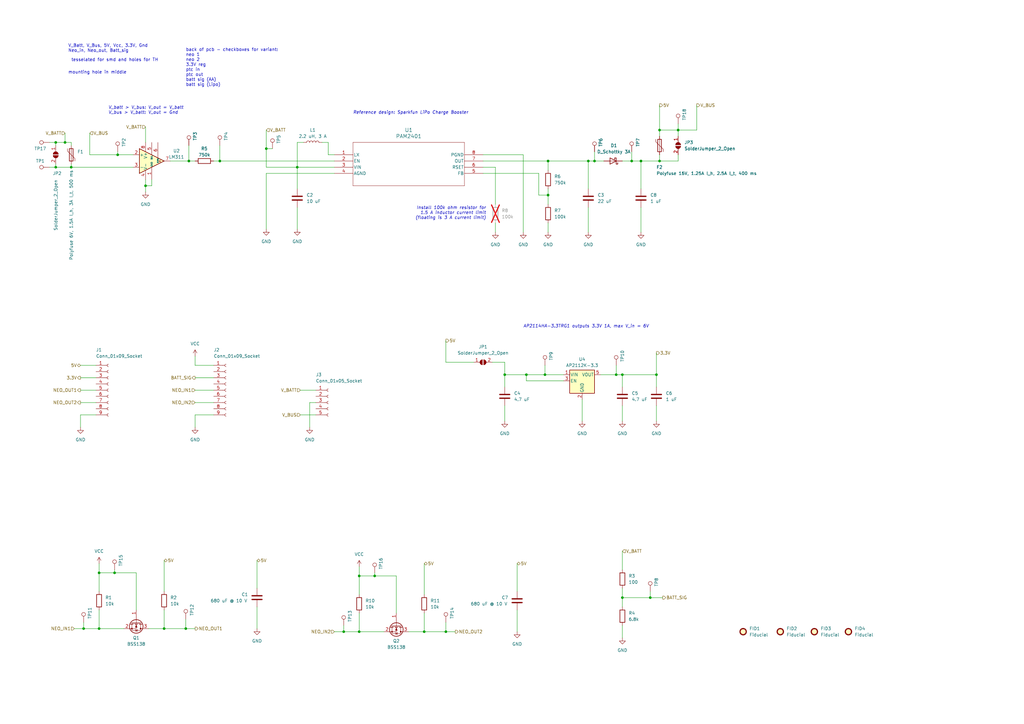
<source format=kicad_sch>
(kicad_sch (version 20230121) (generator eeschema)
  (paper "A3")
  (lib_symbols
    (symbol "!EK_Library:PAM2401" (pin_names (offset 0.254))
      (property "Reference" "U" (at 22.86 5.08 0))
      (property "Value" "PAM2401" (at 22.86 2.54 0))
      (symbol "PAM2401_0_1"
        (polyline (pts (xy 0 -17.78) (xy 45.72 -17.78)) (stroke (width 0.127)))
        (polyline (pts (xy 0 0) (xy 0 -17.78)) (stroke (width 0.127)))
        (polyline (pts (xy 45.72 -17.78) (xy 45.72 0)) (stroke (width 0.127)))
        (polyline (pts (xy 45.72 0) (xy 0 0)) (stroke (width 0.127)))
        (pin unspecified line (at -7.62 -5.08 0) (length 7.62) (name "LX") (number "1"))
        (pin unspecified line (at -7.62 -7.62 0) (length 7.62) (name "EN") (number "2"))
        (pin input line (at -7.62 -10.16 0) (length 7.62) (name "VIN") (number "3"))
        (pin power_in line (at -7.62 -12.7 0) (length 7.62) (name "AGND") (number "4"))
        (pin unspecified line (at 53.34 -12.7 180) (length 7.62) (name "FB") (number "5"))
        (pin unspecified line (at 53.34 -10.16 180) (length 7.62) (name "RSET") (number "6"))
        (pin output line (at 53.34 -7.62 180) (length 7.62) (name "OUT") (number "7"))
        (pin power_in line (at 53.34 -5.08 180) (length 7.62) (name "PGND") (number "8"))
      )
    )
    (symbol "Comparator:LM311" (pin_names (offset 0.127))
      (property "Reference" "U" (at 3.81 6.35 0))
      (property "Value" "LM311" (at 3.81 3.81 0))
      (symbol "LM311_0_1"
        (polyline (pts (xy 5.08 0) (xy -5.08 5.08) (xy -5.08 -5.08) (xy 5.08 0)) (stroke (width 0.254)) (fill (type background)))
        (polyline (pts (xy 3.683 -0.381) (xy 3.302 -0.381) (xy 3.683 0) (xy 3.302 0.381) (xy 2.921 0) (xy 3.302 -0.381) (xy 2.921 -0.381)) (stroke (width 0.127)))
      )
      (symbol "LM311_1_1"
        (pin passive line (at 0 -7.62 90) (length 5.08) (name "GND") (number "1"))
        (pin input line (at -7.62 2.54 0) (length 2.54) (name "+") (number "2"))
        (pin input line (at -7.62 -2.54 0) (length 2.54) (name "-") (number "3"))
        (pin power_in line (at -2.54 -7.62 90) (length 3.81) (name "V-") (number "4"))
        (pin input line (at 0 7.62 270) (length 5.08) (name "BAL") (number "5"))
        (pin input line (at 2.54 7.62 270) (length 6.35) (name "STRB") (number "6"))
        (pin open_collector line (at 7.62 0 180) (length 2.54) (name "~") (number "7"))
        (pin power_in line (at -2.54 7.62 270) (length 3.81) (name "V+") (number "8"))
      )
    )
    (symbol "Connector:Conn_01x05_Socket" (pin_names (offset 1.016) hide)
      (property "Reference" "J" (at 0 7.62 0))
      (property "Value" "Conn_01x05_Socket" (at 0 -7.62 0))
      (symbol "Conn_01x05_Socket_1_1"
        (arc (start 0 -4.572) (mid -0.5058 -5.08) (end 0 -5.588) (stroke (width 0.1524)))
        (arc (start 0 -2.032) (mid -0.5058 -2.54) (end 0 -3.048) (stroke (width 0.1524)))
        (polyline (pts (xy -1.27 -5.08) (xy -0.508 -5.08)) (stroke (width 0.1524)))
        (polyline (pts (xy -1.27 -2.54) (xy -0.508 -2.54)) (stroke (width 0.1524)))
        (polyline (pts (xy -1.27 0) (xy -0.508 0)) (stroke (width 0.1524)))
        (polyline (pts (xy -1.27 2.54) (xy -0.508 2.54)) (stroke (width 0.1524)))
        (polyline (pts (xy -1.27 5.08) (xy -0.508 5.08)) (stroke (width 0.1524)))
        (arc (start 0 0.508) (mid -0.5058 0) (end 0 -0.508) (stroke (width 0.1524)))
        (arc (start 0 3.048) (mid -0.5058 2.54) (end 0 2.032) (stroke (width 0.1524)))
        (arc (start 0 5.588) (mid -0.5058 5.08) (end 0 4.572) (stroke (width 0.1524)))
        (pin passive line (at -5.08 5.08 0) (length 3.81) (name "Pin_1") (number "1"))
        (pin passive line (at -5.08 2.54 0) (length 3.81) (name "Pin_2") (number "2"))
        (pin passive line (at -5.08 0 0) (length 3.81) (name "Pin_3") (number "3"))
        (pin passive line (at -5.08 -2.54 0) (length 3.81) (name "Pin_4") (number "4"))
        (pin passive line (at -5.08 -5.08 0) (length 3.81) (name "Pin_5") (number "5"))
      )
    )
    (symbol "Connector:Conn_01x09_Socket" (pin_names (offset 1.016) hide)
      (property "Reference" "J" (at 0 12.7 0))
      (property "Value" "Conn_01x09_Socket" (at 0 -12.7 0))
      (symbol "Conn_01x09_Socket_1_1"
        (arc (start 0 -9.652) (mid -0.5058 -10.16) (end 0 -10.668) (stroke (width 0.1524)))
        (arc (start 0 -7.112) (mid -0.5058 -7.62) (end 0 -8.128) (stroke (width 0.1524)))
        (arc (start 0 -4.572) (mid -0.5058 -5.08) (end 0 -5.588) (stroke (width 0.1524)))
        (arc (start 0 -2.032) (mid -0.5058 -2.54) (end 0 -3.048) (stroke (width 0.1524)))
        (polyline (pts (xy -1.27 -10.16) (xy -0.508 -10.16)) (stroke (width 0.1524)))
        (polyline (pts (xy -1.27 -7.62) (xy -0.508 -7.62)) (stroke (width 0.1524)))
        (polyline (pts (xy -1.27 -5.08) (xy -0.508 -5.08)) (stroke (width 0.1524)))
        (polyline (pts (xy -1.27 -2.54) (xy -0.508 -2.54)) (stroke (width 0.1524)))
        (polyline (pts (xy -1.27 0) (xy -0.508 0)) (stroke (width 0.1524)))
        (polyline (pts (xy -1.27 2.54) (xy -0.508 2.54)) (stroke (width 0.1524)))
        (polyline (pts (xy -1.27 5.08) (xy -0.508 5.08)) (stroke (width 0.1524)))
        (polyline (pts (xy -1.27 7.62) (xy -0.508 7.62)) (stroke (width 0.1524)))
        (polyline (pts (xy -1.27 10.16) (xy -0.508 10.16)) (stroke (width 0.1524)))
        (arc (start 0 0.508) (mid -0.5058 0) (end 0 -0.508) (stroke (width 0.1524)))
        (arc (start 0 3.048) (mid -0.5058 2.54) (end 0 2.032) (stroke (width 0.1524)))
        (arc (start 0 5.588) (mid -0.5058 5.08) (end 0 4.572) (stroke (width 0.1524)))
        (arc (start 0 8.128) (mid -0.5058 7.62) (end 0 7.112) (stroke (width 0.1524)))
        (arc (start 0 10.668) (mid -0.5058 10.16) (end 0 9.652) (stroke (width 0.1524)))
        (pin passive line (at -5.08 10.16 0) (length 3.81) (name "Pin_1") (number "1"))
        (pin passive line (at -5.08 7.62 0) (length 3.81) (name "Pin_2") (number "2"))
        (pin passive line (at -5.08 5.08 0) (length 3.81) (name "Pin_3") (number "3"))
        (pin passive line (at -5.08 2.54 0) (length 3.81) (name "Pin_4") (number "4"))
        (pin passive line (at -5.08 0 0) (length 3.81) (name "Pin_5") (number "5"))
        (pin passive line (at -5.08 -2.54 0) (length 3.81) (name "Pin_6") (number "6"))
        (pin passive line (at -5.08 -5.08 0) (length 3.81) (name "Pin_7") (number "7"))
        (pin passive line (at -5.08 -7.62 0) (length 3.81) (name "Pin_8") (number "8"))
        (pin passive line (at -5.08 -10.16 0) (length 3.81) (name "Pin_9") (number "9"))
      )
    )
    (symbol "Connector:TestPoint" (pin_numbers hide) (pin_names (offset 0.762) hide)
      (property "Reference" "TP" (at 0 6.858 0))
      (property "Value" "TestPoint" (at 0 5.08 0))
      (symbol "TestPoint_0_1"
        (circle (center 0 3.302) (radius 0.762))
      )
      (symbol "TestPoint_1_1"
        (pin passive line (at 0 0 90) (length 2.54) (name "1") (number "1"))
      )
    )
    (symbol "Device:C" (pin_numbers hide) (pin_names (offset 0.254))
      (property "Reference" "C" (at 0.635 2.54 0))
      (property "Value" "C" (at 0.635 -2.54 0))
      (symbol "C_0_1"
        (polyline (pts (xy -2.032 -0.762) (xy 2.032 -0.762)) (stroke (width 0.508)))
        (polyline (pts (xy -2.032 0.762) (xy 2.032 0.762)) (stroke (width 0.508)))
      )
      (symbol "C_1_1"
        (pin passive line (at 0 3.81 270) (length 2.794) (name "~") (number "1"))
        (pin passive line (at 0 -3.81 90) (length 2.794) (name "~") (number "2"))
      )
    )
    (symbol "Device:D_Schottky" (pin_numbers hide) (pin_names (offset 1.016) hide)
      (property "Reference" "D" (at 0 2.54 0))
      (property "Value" "D_Schottky" (at 0 -2.54 0))
      (symbol "D_Schottky_0_1"
        (polyline (pts (xy 1.27 0) (xy -1.27 0)))
        (polyline (pts (xy 1.27 1.27) (xy 1.27 -1.27) (xy -1.27 0) (xy 1.27 1.27)) (stroke (width 0.254)))
        (polyline (pts (xy -1.905 0.635) (xy -1.905 1.27) (xy -1.27 1.27) (xy -1.27 -1.27) (xy -0.635 -1.27) (xy -0.635 -0.635)) (stroke (width 0.254)))
      )
      (symbol "D_Schottky_1_1"
        (pin passive line (at -3.81 0 0) (length 2.54) (name "K") (number "1"))
        (pin passive line (at 3.81 0 180) (length 2.54) (name "A") (number "2"))
      )
    )
    (symbol "Device:L" (pin_numbers hide) (pin_names (offset 1.016) hide)
      (property "Reference" "L" (at -1.27 0 90))
      (property "Value" "L" (at 1.905 0 90))
      (symbol "L_0_1"
        (arc (start 0 -2.54) (mid 0.6323 -1.905) (end 0 -1.27))
        (arc (start 0 -1.27) (mid 0.6323 -0.635) (end 0 0))
        (arc (start 0 0) (mid 0.6323 0.635) (end 0 1.27))
        (arc (start 0 1.27) (mid 0.6323 1.905) (end 0 2.54))
      )
      (symbol "L_1_1"
        (pin passive line (at 0 3.81 270) (length 1.27) (name "1") (number "1"))
        (pin passive line (at 0 -3.81 90) (length 1.27) (name "2") (number "2"))
      )
    )
    (symbol "Device:Polyfuse" (pin_numbers hide) (pin_names (offset 0))
      (property "Reference" "F" (at -2.54 0 90))
      (property "Value" "Polyfuse" (at 2.54 0 90))
      (symbol "Polyfuse_0_1"
        (rectangle (start -0.762 2.54) (end 0.762 -2.54) (stroke (width 0.254)))
        (polyline (pts (xy 0 2.54) (xy 0 -2.54)))
        (polyline (pts (xy -1.524 2.54) (xy -1.524 1.524) (xy 1.524 -1.524) (xy 1.524 -2.54)))
      )
      (symbol "Polyfuse_1_1"
        (pin passive line (at 0 3.81 270) (length 1.27) (name "~") (number "1"))
        (pin passive line (at 0 -3.81 90) (length 1.27) (name "~") (number "2"))
      )
    )
    (symbol "Device:R" (pin_numbers hide) (pin_names (offset 0))
      (property "Reference" "R" (at 2.032 0 90))
      (property "Value" "R" (at 0 0 90))
      (symbol "R_0_1"
        (rectangle (start -1.016 -2.54) (end 1.016 2.54) (stroke (width 0.254)))
      )
      (symbol "R_1_1"
        (pin passive line (at 0 3.81 270) (length 1.27) (name "~") (number "1"))
        (pin passive line (at 0 -3.81 90) (length 1.27) (name "~") (number "2"))
      )
    )
    (symbol "Jumper:SolderJumper_2_Open" (pin_names (offset 0) hide)
      (property "Reference" "JP" (at 0 2.032 0))
      (property "Value" "SolderJumper_2_Open" (at 0 -2.54 0))
      (symbol "SolderJumper_2_Open_0_1"
        (arc (start -0.254 1.016) (mid -1.2656 0) (end -0.254 -1.016))
        (arc (start -0.254 1.016) (mid -1.2656 0) (end -0.254 -1.016) (fill (type outline)))
        (polyline (pts (xy -0.254 1.016) (xy -0.254 -1.016)))
        (polyline (pts (xy 0.254 1.016) (xy 0.254 -1.016)))
        (arc (start 0.254 -1.016) (mid 1.2656 0) (end 0.254 1.016))
        (arc (start 0.254 -1.016) (mid 1.2656 0) (end 0.254 1.016) (fill (type outline)))
      )
      (symbol "SolderJumper_2_Open_1_1"
        (pin passive line (at -3.81 0 0) (length 2.54) (name "A") (number "1"))
        (pin passive line (at 3.81 0 180) (length 2.54) (name "B") (number "2"))
      )
    )
    (symbol "Mechanical:Fiducial"
      (property "Reference" "FID" (at 0 5.08 0))
      (property "Value" "Fiducial" (at 0 3.175 0))
      (symbol "Fiducial_0_1"
        (circle (center 0 0) (radius 1.27) (stroke (width 0.508)) (fill (type background)))
      )
    )
    (symbol "Regulator_Linear:AP2112K-3.3" (pin_names (offset 0.254))
      (property "Reference" "U" (at -5.08 5.715 0))
      (property "Value" "AP2112K-3.3" (at 0 5.715 0))
      (symbol "AP2112K-3.3_0_1"
        (rectangle (start -5.08 4.445) (end 5.08 -5.08) (stroke (width 0.254)) (fill (type background)))
      )
      (symbol "AP2112K-3.3_1_1"
        (pin power_in line (at -7.62 2.54 0) (length 2.54) (name "VIN") (number "1"))
        (pin power_in line (at 0 -7.62 90) (length 2.54) (name "GND") (number "2"))
        (pin input line (at -7.62 0 0) (length 2.54) (name "EN") (number "3"))
        (pin no_connect line (at 5.08 0 180) (length 2.54) hide (name "NC") (number "4"))
        (pin power_out line (at 7.62 2.54 180) (length 2.54) (name "VOUT") (number "5"))
      )
    )
    (symbol "Transistor_FET:BSS138" (pin_names hide)
      (property "Reference" "Q" (at 5.08 1.905 0))
      (property "Value" "BSS138" (at 5.08 0 0))
      (symbol "BSS138_0_1"
        (polyline (pts (xy 0.254 0) (xy -2.54 0)))
        (polyline (pts (xy 0.254 1.905) (xy 0.254 -1.905)) (stroke (width 0.254)))
        (polyline (pts (xy 0.762 -1.27) (xy 0.762 -2.286)) (stroke (width 0.254)))
        (polyline (pts (xy 0.762 0.508) (xy 0.762 -0.508)) (stroke (width 0.254)))
        (polyline (pts (xy 0.762 2.286) (xy 0.762 1.27)) (stroke (width 0.254)))
        (polyline (pts (xy 2.54 2.54) (xy 2.54 1.778)))
        (polyline (pts (xy 2.54 -2.54) (xy 2.54 0) (xy 0.762 0)))
        (polyline (pts (xy 0.762 -1.778) (xy 3.302 -1.778) (xy 3.302 1.778) (xy 0.762 1.778)))
        (polyline (pts (xy 1.016 0) (xy 2.032 0.381) (xy 2.032 -0.381) (xy 1.016 0)) (fill (type outline)))
        (polyline (pts (xy 2.794 0.508) (xy 2.921 0.381) (xy 3.683 0.381) (xy 3.81 0.254)))
        (polyline (pts (xy 3.302 0.381) (xy 2.921 -0.254) (xy 3.683 -0.254) (xy 3.302 0.381)))
        (circle (center 1.651 0) (radius 2.794) (stroke (width 0.254)))
        (circle (center 2.54 -1.778) (radius 0.254) (fill (type outline)))
        (circle (center 2.54 1.778) (radius 0.254) (fill (type outline)))
      )
      (symbol "BSS138_1_1"
        (pin input line (at -5.08 0 0) (length 2.54) (name "G") (number "1"))
        (pin passive line (at 2.54 -5.08 90) (length 2.54) (name "S") (number "2"))
        (pin passive line (at 2.54 5.08 270) (length 2.54) (name "D") (number "3"))
      )
    )
    (symbol "power:GND" (power) (pin_names (offset 0))
      (property "Value" "GND" (at 0 -3.81 0))
      (symbol "GND_0_1"
        (polyline (pts (xy 0 0) (xy 0 -1.27) (xy 1.27 -1.27) (xy 0 -2.54) (xy -1.27 -1.27) (xy 0 -1.27)))
      )
      (symbol "GND_1_1"
        (pin power_in line (at 0 0 270) (length 0) hide (name "GND") (number "1"))
      )
    )
    (symbol "power:VCC" (power) (pin_names (offset 0))
      (property "Value" "VCC" (at 0 3.81 0))
      (symbol "VCC_0_1"
        (polyline (pts (xy -0.762 1.27) (xy 0 2.54)))
        (polyline (pts (xy 0 0) (xy 0 2.54)))
        (polyline (pts (xy 0 2.54) (xy 0.762 1.27)))
      )
      (symbol "VCC_1_1"
        (pin power_in line (at 0 0 90) (length 0) hide (name "VCC") (number "1"))
      )
    )
  )
  (junction (at 67.31 257.81))
  (junction (at 40.64 257.81))
  (junction (at 224.79 80.01))
  (junction (at 223.52 153.67))
  (junction (at 121.92 68.58))
  (junction (at 48.26 63.5))
  (junction (at 269.24 153.67))
  (junction (at 224.79 66.04))
  (junction (at 29.21 68.58))
  (junction (at 173.99 259.08))
  (junction (at 259.08 66.04))
  (junction (at 109.22 60.96))
  (junction (at 22.86 68.58))
  (junction (at 147.32 236.22))
  (junction (at 266.7 245.11))
  (junction (at 40.64 234.95))
  (junction (at 252.73 153.67))
  (junction (at 140.97 259.08))
  (junction (at 262.89 66.04))
  (junction (at 22.86 58.42))
  (junction (at 270.51 66.04))
  (junction (at 59.69 76.2))
  (junction (at 241.3 66.04))
  (junction (at 26.67 58.42))
  (junction (at 46.99 234.95))
  (junction (at 215.9 153.67))
  (junction (at 278.13 53.34))
  (junction (at 270.51 53.34))
  (junction (at 243.84 66.04))
  (junction (at 147.32 259.08))
  (junction (at 207.01 153.67))
  (junction (at 153.67 236.22))
  (junction (at 34.29 257.81))
  (junction (at 255.27 245.11))
  (junction (at 76.2 257.81))
  (junction (at 255.27 153.67))
  (junction (at 90.17 66.04))
  (junction (at 182.88 259.08))
  (junction (at 77.47 66.04))
  (wire (pts (xy 30.48 257.81) (xy 34.29 257.81)))
  (wire (pts (xy 33.02 170.18) (xy 33.02 175.26)))
  (wire (pts (xy 252.73 149.86) (xy 252.73 153.67)))
  (wire (pts (xy 90.17 59.69) (xy 90.17 66.04)))
  (wire (pts (xy 33.02 149.86) (xy 39.37 149.86)))
  (wire (pts (xy 207.01 148.59) (xy 207.01 153.67)))
  (wire (pts (xy 40.64 234.95) (xy 40.64 242.57)))
  (wire (pts (xy 238.76 163.83) (xy 238.76 172.72)))
  (wire (pts (xy 147.32 236.22) (xy 153.67 236.22)))
  (wire (pts (xy 198.12 63.5) (xy 214.63 63.5)))
  (wire (pts (xy 262.89 85.09) (xy 262.89 95.25)))
  (wire (pts (xy 55.88 234.95) (xy 55.88 250.19)))
  (wire (pts (xy 77.47 59.69) (xy 77.47 66.04)))
  (wire (pts (xy 255.27 153.67) (xy 255.27 158.75)))
  (wire (pts (xy 269.24 144.78) (xy 269.24 153.67)))
  (wire (pts (xy 262.89 66.04) (xy 270.51 66.04)))
  (wire (pts (xy 60.96 257.81) (xy 67.31 257.81)))
  (wire (pts (xy 127 165.1) (xy 129.54 165.1)))
  (wire (pts (xy 80.01 165.1) (xy 87.63 165.1)))
  (wire (pts (xy 259.08 62.23) (xy 259.08 66.04)))
  (wire (pts (xy 252.73 153.67) (xy 255.27 153.67)))
  (wire (pts (xy 153.67 234.95) (xy 153.67 236.22)))
  (wire (pts (xy 224.79 77.47) (xy 224.79 80.01)))
  (wire (pts (xy 67.31 229.87) (xy 67.31 242.57)))
  (wire (pts (xy 33.02 160.02) (xy 39.37 160.02)))
  (wire (pts (xy 153.67 236.22) (xy 162.56 236.22)))
  (wire (pts (xy 212.09 250.19) (xy 212.09 259.08)))
  (wire (pts (xy 198.12 66.04) (xy 224.79 66.04)))
  (wire (pts (xy 90.17 66.04) (xy 137.16 66.04)))
  (wire (pts (xy 109.22 60.96) (xy 109.22 68.58)))
  (wire (pts (xy 59.69 76.2) (xy 62.23 76.2)))
  (wire (pts (xy 270.51 43.18) (xy 270.51 53.34)))
  (wire (pts (xy 255.27 241.3) (xy 255.27 245.11)))
  (wire (pts (xy 278.13 66.04) (xy 270.51 66.04)))
  (wire (pts (xy 40.64 231.14) (xy 40.64 234.95)))
  (wire (pts (xy 33.02 154.94) (xy 39.37 154.94)))
  (wire (pts (xy 223.52 149.86) (xy 223.52 153.67)))
  (wire (pts (xy 109.22 71.12) (xy 109.22 93.98)))
  (wire (pts (xy 147.32 236.22) (xy 147.32 243.84)))
  (wire (pts (xy 255.27 245.11) (xy 255.27 248.92)))
  (wire (pts (xy 140.97 259.08) (xy 147.32 259.08)))
  (wire (pts (xy 20.32 68.58) (xy 22.86 68.58)))
  (wire (pts (xy 29.21 67.31) (xy 29.21 68.58)))
  (wire (pts (xy 22.86 67.31) (xy 22.86 68.58)))
  (wire (pts (xy 207.01 166.37) (xy 207.01 172.72)))
  (wire (pts (xy 255.27 166.37) (xy 255.27 172.72)))
  (wire (pts (xy 105.41 229.87) (xy 105.41 241.3)))
  (wire (pts (xy 123.19 170.18) (xy 129.54 170.18)))
  (wire (pts (xy 62.23 73.66) (xy 62.23 76.2)))
  (wire (pts (xy 224.79 80.01) (xy 224.79 83.82)))
  (wire (pts (xy 215.9 156.21) (xy 215.9 153.67)))
  (wire (pts (xy 109.22 60.96) (xy 111.76 60.96)))
  (wire (pts (xy 255.27 256.54) (xy 255.27 261.62)))
  (wire (pts (xy 270.51 53.34) (xy 278.13 53.34)))
  (wire (pts (xy 87.63 170.18) (xy 80.01 170.18)))
  (wire (pts (xy 137.16 259.08) (xy 140.97 259.08)))
  (wire (pts (xy 54.61 63.5) (xy 48.26 63.5)))
  (wire (pts (xy 255.27 245.11) (xy 266.7 245.11)))
  (wire (pts (xy 266.7 242.57) (xy 266.7 245.11)))
  (wire (pts (xy 20.32 58.42) (xy 22.86 58.42)))
  (wire (pts (xy 270.51 66.04) (xy 270.51 63.5)))
  (wire (pts (xy 231.14 153.67) (xy 223.52 153.67)))
  (wire (pts (xy 241.3 85.09) (xy 241.3 95.25)))
  (wire (pts (xy 34.29 257.81) (xy 40.64 257.81)))
  (wire (pts (xy 121.92 68.58) (xy 109.22 68.58)))
  (wire (pts (xy 134.62 63.5) (xy 134.62 58.42)))
  (wire (pts (xy 147.32 232.41) (xy 147.32 236.22)))
  (wire (pts (xy 269.24 153.67) (xy 269.24 158.75)))
  (wire (pts (xy 59.69 73.66) (xy 59.69 76.2)))
  (wire (pts (xy 29.21 58.42) (xy 26.67 58.42)))
  (wire (pts (xy 278.13 53.34) (xy 285.75 53.34)))
  (wire (pts (xy 243.84 62.23) (xy 243.84 66.04)))
  (wire (pts (xy 224.79 66.04) (xy 241.3 66.04)))
  (wire (pts (xy 241.3 66.04) (xy 241.3 77.47)))
  (wire (pts (xy 40.64 257.81) (xy 50.8 257.81)))
  (wire (pts (xy 48.26 63.5) (xy 36.83 63.5)))
  (wire (pts (xy 105.41 248.92) (xy 105.41 257.81)))
  (wire (pts (xy 40.64 250.19) (xy 40.64 257.81)))
  (wire (pts (xy 80.01 170.18) (xy 80.01 175.26)))
  (wire (pts (xy 76.2 254) (xy 76.2 257.81)))
  (wire (pts (xy 207.01 153.67) (xy 207.01 158.75)))
  (wire (pts (xy 26.67 54.61) (xy 26.67 58.42)))
  (wire (pts (xy 109.22 71.12) (xy 137.16 71.12)))
  (wire (pts (xy 173.99 259.08) (xy 173.99 251.46)))
  (wire (pts (xy 29.21 68.58) (xy 54.61 68.58)))
  (wire (pts (xy 36.83 54.61) (xy 36.83 63.5)))
  (wire (pts (xy 147.32 259.08) (xy 157.48 259.08)))
  (wire (pts (xy 255.27 226.06) (xy 255.27 233.68)))
  (wire (pts (xy 201.93 148.59) (xy 207.01 148.59)))
  (wire (pts (xy 127 165.1) (xy 127 175.26)))
  (wire (pts (xy 259.08 66.04) (xy 262.89 66.04)))
  (wire (pts (xy 198.12 68.58) (xy 203.2 68.58)))
  (wire (pts (xy 198.12 71.12) (xy 220.98 71.12)))
  (wire (pts (xy 224.79 80.01) (xy 220.98 80.01)))
  (wire (pts (xy 173.99 259.08) (xy 182.88 259.08)))
  (wire (pts (xy 255.27 66.04) (xy 259.08 66.04)))
  (wire (pts (xy 212.09 231.14) (xy 212.09 242.57)))
  (wire (pts (xy 46.99 233.68) (xy 46.99 234.95)))
  (wire (pts (xy 48.26 62.23) (xy 48.26 63.5)))
  (wire (pts (xy 40.64 234.95) (xy 46.99 234.95)))
  (wire (pts (xy 67.31 257.81) (xy 67.31 250.19)))
  (wire (pts (xy 182.88 259.08) (xy 186.69 259.08)))
  (wire (pts (xy 182.88 148.59) (xy 182.88 139.7)))
  (wire (pts (xy 132.08 58.42) (xy 134.62 58.42)))
  (wire (pts (xy 220.98 80.01) (xy 220.98 71.12)))
  (wire (pts (xy 121.92 68.58) (xy 121.92 77.47)))
  (wire (pts (xy 147.32 251.46) (xy 147.32 259.08)))
  (wire (pts (xy 224.79 91.44) (xy 224.79 95.25)))
  (wire (pts (xy 123.19 160.02) (xy 129.54 160.02)))
  (wire (pts (xy 262.89 77.47) (xy 262.89 66.04)))
  (wire (pts (xy 59.69 76.2) (xy 59.69 78.74)))
  (wire (pts (xy 121.92 58.42) (xy 121.92 68.58)))
  (wire (pts (xy 59.69 52.07) (xy 59.69 58.42)))
  (wire (pts (xy 167.64 259.08) (xy 173.99 259.08)))
  (wire (pts (xy 214.63 63.5) (xy 214.63 95.25)))
  (wire (pts (xy 80.01 149.86) (xy 80.01 146.05)))
  (wire (pts (xy 109.22 53.34) (xy 109.22 60.96)))
  (wire (pts (xy 121.92 85.09) (xy 121.92 93.98)))
  (wire (pts (xy 266.7 245.11) (xy 271.78 245.11)))
  (wire (pts (xy 67.31 257.81) (xy 76.2 257.81)))
  (wire (pts (xy 87.63 66.04) (xy 90.17 66.04)))
  (wire (pts (xy 22.86 58.42) (xy 26.67 58.42)))
  (wire (pts (xy 121.92 68.58) (xy 137.16 68.58)))
  (wire (pts (xy 173.99 231.14) (xy 173.99 243.84)))
  (wire (pts (xy 285.75 53.34) (xy 285.75 43.18)))
  (wire (pts (xy 215.9 153.67) (xy 223.52 153.67)))
  (wire (pts (xy 29.21 59.69) (xy 29.21 58.42)))
  (wire (pts (xy 246.38 153.67) (xy 252.73 153.67)))
  (wire (pts (xy 46.99 234.95) (xy 55.88 234.95)))
  (wire (pts (xy 203.2 91.44) (xy 203.2 95.25)))
  (wire (pts (xy 162.56 236.22) (xy 162.56 251.46)))
  (wire (pts (xy 34.29 255.27) (xy 34.29 257.81)))
  (wire (pts (xy 80.01 154.94) (xy 87.63 154.94)))
  (wire (pts (xy 140.97 256.54) (xy 140.97 259.08)))
  (wire (pts (xy 207.01 153.67) (xy 215.9 153.67)))
  (wire (pts (xy 278.13 50.8) (xy 278.13 53.34)))
  (wire (pts (xy 194.31 148.59) (xy 182.88 148.59)))
  (wire (pts (xy 241.3 66.04) (xy 243.84 66.04)))
  (wire (pts (xy 87.63 149.86) (xy 80.01 149.86)))
  (wire (pts (xy 270.51 53.34) (xy 270.51 55.88)))
  (wire (pts (xy 278.13 53.34) (xy 278.13 55.88)))
  (wire (pts (xy 255.27 153.67) (xy 269.24 153.67)))
  (wire (pts (xy 77.47 66.04) (xy 80.01 66.04)))
  (wire (pts (xy 224.79 66.04) (xy 224.79 69.85)))
  (wire (pts (xy 33.02 165.1) (xy 39.37 165.1)))
  (wire (pts (xy 80.01 160.02) (xy 87.63 160.02)))
  (wire (pts (xy 278.13 63.5) (xy 278.13 66.04)))
  (wire (pts (xy 231.14 156.21) (xy 215.9 156.21)))
  (wire (pts (xy 243.84 66.04) (xy 247.65 66.04)))
  (wire (pts (xy 137.16 63.5) (xy 134.62 63.5)))
  (wire (pts (xy 69.85 66.04) (xy 77.47 66.04)))
  (wire (pts (xy 39.37 170.18) (xy 33.02 170.18)))
  (wire (pts (xy 22.86 68.58) (xy 29.21 68.58)))
  (wire (pts (xy 124.46 58.42) (xy 121.92 58.42)))
  (wire (pts (xy 203.2 68.58) (xy 203.2 83.82)))
  (wire (pts (xy 22.86 58.42) (xy 22.86 59.69)))
  (wire (pts (xy 269.24 166.37) (xy 269.24 172.72)))
  (wire (pts (xy 182.88 255.27) (xy 182.88 259.08)))
  (wire (pts (xy 76.2 257.81) (xy 80.01 257.81)))
  (text "tesselated for smd and holes for TH" (at 29.21 25.4 0) (effects (font (size 1.27 1.27)) (justify left bottom)))
  (text "Reference design: Sparkfun LiPo Charge Booster" (at 144.78 46.99 0) (effects (font (size 1.27 1.27) italic) (justify left bottom)))
  (text "V_batt > V_bus: V_out = V_batt\nV_bus > V_batt: V_out = Gnd" (at 44.45 46.99 0) (effects (font (size 1.27 1.27) italic) (justify left bottom)))
  (text "mounting hole in middle" (at 27.94 30.48 0) (effects (font (size 1.27 1.27)) (justify left bottom)))
  (text "AP2114HA-3.3TRG1 outputs 3.3V 1A, max V_in = 6V" (at 214.63 134.62 0) (effects (font (size 1.27 1.27) italic) (justify left bottom)))
  (text "V_Batt, V_Bus, 5V, Vcc, 3.3V, Gnd\nNeo_in, Neo_out, Batt_sig" (at 27.94 21.59 0) (effects (font (size 1.27 1.27)) (justify left bottom)))
  (text "Install 100k ohm resistor for\n1.5 A inductor current limit\n(floating is 3 A current limit)" (at 199.39 90.17 0) (effects (font (size 1.27 1.27) italic) (justify right bottom)))
  (text "back of pcb - checkboxes for variant:\nneo 1\nneo 2\n3.3V reg\nptc in\nptc out\nbatt sig (AA)\nbatt sig (Lipo)\n" (at 76.2 35.56 0) (effects (font (size 1.27 1.27)) (justify left bottom)))
  (hierarchical_label "NEO_IN1" (shape input) (at 80.01 160.02 180))
  (hierarchical_label "V_BATT" (shape input) (at 26.67 54.61 180))
  (hierarchical_label "V_BATT" (shape input) (at 59.69 52.07 180))
  (hierarchical_label "5V" (shape output) (at 270.51 43.18 0))
  (hierarchical_label "5V" (shape bidirectional) (at 67.31 229.87 0))
  (hierarchical_label "V_BUS" (shape input) (at 36.83 54.61 0))
  (hierarchical_label "BATT_SIG" (shape output) (at 80.01 154.94 180))
  (hierarchical_label "5V" (shape bidirectional) (at 33.02 149.86 180))
  (hierarchical_label "V_BATT" (shape input) (at 255.27 226.06 0))
  (hierarchical_label "V_BUS" (shape input) (at 123.19 170.18 180))
  (hierarchical_label "NEO_OUT2" (shape output) (at 33.02 165.1 180))
  (hierarchical_label "V_BATT" (shape input) (at 109.22 53.34 0))
  (hierarchical_label "NEO_IN2" (shape input) (at 80.01 165.1 180))
  (hierarchical_label "V_BATT" (shape input) (at 123.19 160.02 180))
  (hierarchical_label "BATT_SIG" (shape output) (at 271.78 245.11 0))
  (hierarchical_label "NEO_OUT1" (shape output) (at 80.01 257.81 0))
  (hierarchical_label "NEO_IN1" (shape input) (at 30.48 257.81 180))
  (hierarchical_label "3.3V" (shape output) (at 269.24 144.78 0))
  (hierarchical_label "NEO_IN2" (shape input) (at 137.16 259.08 180))
  (hierarchical_label "5V" (shape bidirectional) (at 173.99 231.14 0))
  (hierarchical_label "3.3V" (shape output) (at 33.02 154.94 180))
  (hierarchical_label "5V" (shape bidirectional) (at 105.41 229.87 0))
  (hierarchical_label "V_BUS" (shape output) (at 285.75 43.18 0))
  (hierarchical_label "5V" (shape bidirectional) (at 212.09 231.14 0))
  (hierarchical_label "NEO_OUT1" (shape output) (at 33.02 160.02 180))
  (hierarchical_label "5V" (shape output) (at 182.88 139.7 0))
  (hierarchical_label "NEO_OUT2" (shape output) (at 186.69 259.08 0))
  (symbol (lib_id "Connector:TestPoint") (at 223.52 149.86 0) (unit 1)
    (property "Reference" "TP9" (at 226.06 146.05 90))
    (property "Value" "TestPoint" (effects hide))
    (property "Footprint" "TestPoint:TestPoint_Pad_D1.5mm" (effects hide))
  )
  (symbol (lib_id "Connector:TestPoint") (at 259.08 62.23 0) (unit 1)
    (property "Reference" "TP7" (at 261.62 58.42 90))
    (property "Value" "TestPoint" (effects hide))
    (property "Footprint" "TestPoint:TestPoint_Pad_D1.5mm" (effects hide))
  )
  (symbol (lib_id "Jumper:SolderJumper_2_Open") (at 198.12 148.59 0) (unit 1)
    (property "Reference" "JP1" (at 198.12 142.24 0))
    (property "Value" "SolderJumper_2_Open" (at 198.12 144.78 0))
    (property "Footprint" "Jumper:SolderJumper-2_P1.3mm_Open_TrianglePad1.0x1.5mm" (effects hide))
  )
  (symbol (lib_id "Device:R") (at 173.99 247.65 0) (unit 1)
    (property "Reference" "R11" (at 176.53 246.38 0) (effects (justify left)))
    (property "Value" "10k" (at 176.53 248.92 0) (effects (justify left)))
    (property "Footprint" "Resistor_SMD:R_1206_3216Metric_Pad1.30x1.75mm_HandSolder" (effects hide))
  )
  (symbol (lib_id "Device:Polyfuse") (at 270.51 59.69 180) (unit 1)
    (property "Reference" "F2" (at 269.24 68.58 0) (effects (justify right)))
    (property "Value" "Polyfuse 16V, 1.25A I_h, 2.5A I_t, 400 ms" (at 269.24 71.12 0) (effects (justify right)))
    (property "Footprint" "Fuse:Fuse_1812_4532Metric_Pad1.30x3.40mm_HandSolder" (effects hide))
    (property "Digikey" "MINISMDC150F-2CT-ND" (effects hide))
    (property "Digikey2" "F4160CT-ND" (effects hide))
  )
  (symbol (lib_id "Device:C") (at 262.89 81.28 0) (unit 1)
    (property "Reference" "C8" (at 266.7 80.01 0) (effects (justify left)))
    (property "Value" "1 uF" (at 266.7 82.55 0) (effects (justify left)))
    (property "Footprint" "Capacitor_SMD:C_1206_3216Metric_Pad1.33x1.80mm_HandSolder" (effects hide))
    (property "Digikey" "1276-3091-1-ND" (effects hide))
  )
  (symbol (lib_id "Device:D_Schottky") (at 251.46 66.04 180) (unit 1)
    (property "Reference" "D1" (at 251.7775 59.69 0))
    (property "Value" "D_Schottky 3A" (at 251.7775 62.23 0))
    (property "Footprint" "Diode_SMD:D_SOD-123" (effects hide))
    (property "Digikey" "1727-7481-1-ND" (effects hide))
    (property "Digikey2" "3757-SBA340AL_R1_00001CT-ND" (effects hide))
  )
  (symbol (lib_id "Connector:TestPoint") (at 20.32 58.42 90) (unit 1)
    (property "Reference" "TP17" (at 16.51 60.96 90))
    (property "Value" "TestPoint" (effects hide))
    (property "Footprint" "TestPoint:TestPoint_Pad_D1.5mm" (effects hide))
  )
  (symbol (lib_id "power:GND") (at 80.01 175.26 0) (unit 1)
    (property "Reference" "#PWR019" (effects hide))
    (property "Value" "GND" (at 80.01 180.34 0))
  )
  (symbol (lib_id "power:GND") (at 238.76 172.72 0) (unit 1)
    (property "Reference" "#PWR012" (effects hide))
    (property "Value" "GND" (at 238.76 177.8 0))
  )
  (symbol (lib_id "Device:R") (at 224.79 73.66 0) (unit 1)
    (property "Reference" "R6" (at 227.33 72.39 0) (effects (justify left)))
    (property "Value" "750k" (at 227.33 74.93 0) (effects (justify left)))
    (property "Footprint" "Resistor_SMD:R_1206_3216Metric_Pad1.30x1.75mm_HandSolder" (effects hide))
    (property "Digikey" "311-750KFRCT-ND" (effects hide))
  )
  (symbol (lib_id "Transistor_FET:BSS138") (at 55.88 255.27 270) (unit 1)
    (property "Reference" "Q1" (at 55.88 261.62 90))
    (property "Value" "BSS138" (at 55.88 264.16 90))
    (property "Footprint" "Package_TO_SOT_SMD:SOT-23" (effects hide))
    (property "Datasheet" "https://www.onsemi.com/pub/Collateral/BSS138-D.PDF" (effects hide))
  )
  (symbol (lib_id "Connector:TestPoint") (at 76.2 254 0) (unit 1)
    (property "Reference" "TP12" (at 78.74 250.19 90))
    (property "Value" "TestPoint" (effects hide))
    (property "Footprint" "TestPoint:TestPoint_Pad_D1.5mm" (effects hide))
  )
  (symbol (lib_id "Device:R") (at 255.27 237.49 0) (unit 1)
    (property "Reference" "R3" (at 257.81 236.22 0) (effects (justify left)))
    (property "Value" "100" (at 257.81 238.76 0) (effects (justify left)))
    (property "Footprint" "Resistor_SMD:R_1206_3216Metric_Pad1.30x1.75mm_HandSolder" (effects hide))
  )
  (symbol (lib_id "Device:C") (at 207.01 162.56 0) (unit 1)
    (property "Reference" "C4" (at 210.82 161.29 0) (effects (justify left)))
    (property "Value" "4.7 uF" (at 210.82 163.83 0) (effects (justify left)))
    (property "Footprint" "Capacitor_SMD:C_1206_3216Metric_Pad1.33x1.80mm_HandSolder" (effects hide))
    (property "Digikey" "1276-3181-1-ND" (effects hide))
  )
  (symbol (lib_id "Connector:TestPoint") (at 34.29 255.27 0) (unit 1)
    (property "Reference" "TP11" (at 36.83 251.46 90))
    (property "Value" "TestPoint" (effects hide))
    (property "Footprint" "TestPoint:TestPoint_Pad_D1.5mm" (effects hide))
  )
  (symbol (lib_id "Device:R") (at 40.64 246.38 0) (unit 1)
    (property "Reference" "R1" (at 43.18 245.11 0) (effects (justify left)))
    (property "Value" "10k" (at 43.18 247.65 0) (effects (justify left)))
    (property "Footprint" "Resistor_SMD:R_1206_3216Metric_Pad1.30x1.75mm_HandSolder" (effects hide))
  )
  (symbol (lib_id "Connector:TestPoint") (at 278.13 50.8 0) (unit 1)
    (property "Reference" "TP18" (at 280.67 46.99 90))
    (property "Value" "TestPoint" (effects hide))
    (property "Footprint" "TestPoint:TestPoint_Pad_D1.5mm" (effects hide))
  )
  (symbol (lib_id "power:VCC") (at 147.32 232.41 0) (unit 1)
    (property "Reference" "#PWR015" (effects hide))
    (property "Value" "VCC" (at 147.32 227.33 0))
  )
  (symbol (lib_id "Mechanical:Fiducial") (at 347.98 259.08 0) (unit 1)
    (property "Reference" "FID4" (at 350.52 257.81 0) (effects (justify left)))
    (property "Value" "Fiducial" (at 350.52 260.35 0) (effects (justify left)))
    (property "Footprint" "Fiducial:Fiducial_1mm_Mask2mm" (effects hide))
  )
  (symbol (lib_id "Connector:Conn_01x05_Socket") (at 134.62 165.1 0) (unit 1)
    (property "Reference" "J3" (at 129.54 153.67 0) (effects (justify left)))
    (property "Value" "Conn_01x05_Socket" (at 129.54 156.21 0) (effects (justify left)))
    (property "Footprint" "!EK_Library:Castellated_1x05_P2.54mm" (effects hide))
  )
  (symbol (lib_id "Device:C") (at 121.92 81.28 0) (unit 1)
    (property "Reference" "C2" (at 125.73 80.01 0) (effects (justify left)))
    (property "Value" "10 uF" (at 125.73 82.55 0) (effects (justify left)))
    (property "Footprint" "Capacitor_SMD:C_1206_3216Metric_Pad1.33x1.80mm_HandSolder" (effects hide))
    (property "Digikey" "1276-1075-2-ND" (effects hide))
  )
  (symbol (lib_id "Jumper:SolderJumper_2_Open") (at 278.13 59.69 270) (unit 1)
    (property "Reference" "JP3" (at 280.67 58.42 90) (effects (justify left)))
    (property "Value" "SolderJumper_2_Open" (at 280.67 60.96 90) (effects (justify left)))
    (property "Footprint" "Jumper:SolderJumper-2_P1.3mm_Open_TrianglePad1.0x1.5mm" (effects hide))
  )
  (symbol (lib_id "Regulator_Linear:AP2112K-3.3") (at 238.76 156.21 0) (unit 1)
    (property "Reference" "U4" (at 238.76 147.32 0))
    (property "Value" "AP2112K-3.3" (at 238.76 149.86 0))
    (property "Footprint" "Package_TO_SOT_SMD:SOT-23-5" (effects hide))
    (property "Datasheet" "https://www.diodes.com/assets/Datasheets/AP2112.pdf" (effects hide))
  )
  (symbol (lib_id "power:GND") (at 59.69 78.74 0) (unit 1)
    (property "Reference" "#PWR04" (effects hide))
    (property "Value" "GND" (at 59.69 83.82 0))
  )
  (symbol (lib_id "power:GND") (at 212.09 259.08 0) (unit 1)
    (property "Reference" "#PWR016" (effects hide))
    (property "Value" "GND" (at 212.09 264.16 0))
  )
  (symbol (lib_id "power:GND") (at 255.27 172.72 0) (unit 1)
    (property "Reference" "#PWR013" (effects hide))
    (property "Value" "GND" (at 255.27 177.8 0))
  )
  (symbol (lib_id "power:GND") (at 203.2 95.25 0) (unit 1)
    (property "Reference" "#PWR010" (effects hide))
    (property "Value" "GND" (at 203.2 100.33 0))
  )
  (symbol (lib_id "Connector:TestPoint") (at 48.26 62.23 0) (unit 1)
    (property "Reference" "TP2" (at 50.8 58.42 90))
    (property "Value" "TestPoint" (effects hide))
    (property "Footprint" "TestPoint:TestPoint_Pad_D1.5mm" (effects hide))
  )
  (symbol (lib_id "Connector:TestPoint") (at 266.7 242.57 0) (unit 1)
    (property "Reference" "TP8" (at 269.24 238.76 90))
    (property "Value" "TestPoint" (effects hide))
    (property "Footprint" "TestPoint:TestPoint_Pad_D1.5mm" (effects hide))
  )
  (symbol (lib_id "Connector:TestPoint") (at 252.73 149.86 0) (unit 1)
    (property "Reference" "TP10" (at 255.27 146.05 90))
    (property "Value" "TestPoint" (effects hide))
    (property "Footprint" "TestPoint:TestPoint_Pad_D1.5mm" (effects hide))
  )
  (symbol (lib_id "Connector:TestPoint") (at 243.84 62.23 0) (unit 1)
    (property "Reference" "TP6" (at 246.38 58.42 90))
    (property "Value" "TestPoint" (effects hide))
    (property "Footprint" "TestPoint:TestPoint_Pad_D1.5mm" (effects hide))
  )
  (symbol (lib_id "Connector:TestPoint") (at 90.17 59.69 0) (unit 1)
    (property "Reference" "TP4" (at 92.71 55.88 90))
    (property "Value" "TestPoint" (effects hide))
    (property "Footprint" "TestPoint:TestPoint_Pad_D1.5mm" (effects hide))
  )
  (symbol (lib_id "Device:L") (at 128.27 58.42 90) (unit 1)
    (property "Reference" "L1" (at 128.27 53.34 90))
    (property "Value" "2.2 uH, 3 A" (at 128.27 55.88 90))
    (property "Footprint" "!EK_Library:INDUCTOR_IND_IFSC_1515AH_VIS-M" (effects hide))
    (property "Digikey" "541-1404-1-ND" (effects hide))
  )
  (symbol (lib_id "power:GND") (at 255.27 261.62 0) (unit 1)
    (property "Reference" "#PWR03" (effects hide))
    (property "Value" "GND" (at 255.27 266.7 0))
  )
  (symbol (lib_id "power:GND") (at 262.89 95.25 0) (unit 1)
    (property "Reference" "#PWR021" (effects hide))
    (property "Value" "GND" (at 262.89 100.33 0))
  )
  (symbol (lib_id "power:GND") (at 127 175.26 0) (unit 1)
    (property "Reference" "#PWR020" (effects hide))
    (property "Value" "GND" (at 127 180.34 0))
  )
  (symbol (lib_id "Device:Polyfuse") (at 29.21 63.5 180) (unit 1)
    (property "Reference" "F1" (at 31.75 62.23 0) (effects (justify right)))
    (property "Value" "Polyfuse 6V, 1.5A I_h, 3A I_t, 500 ms" (at 29.21 106.68 90) (effects (justify right)))
    (property "Footprint" "Fuse:Fuse_1812_4532Metric_Pad1.30x3.40mm_HandSolder" (effects hide))
    (property "Digikey" "MINISMDC150F-2CT-ND" (effects hide))
    (property "Digikey2" "F4160CT-ND" (effects hide))
  )
  (symbol (lib_id "power:GND") (at 269.24 172.72 0) (unit 1)
    (property "Reference" "#PWR014" (effects hide))
    (property "Value" "GND" (at 269.24 177.8 0))
  )
  (symbol (lib_id "power:GND") (at 121.92 93.98 0) (unit 1)
    (property "Reference" "#PWR07" (effects hide))
    (property "Value" "GND" (at 121.92 99.06 0))
  )
  (symbol (lib_id "Device:C") (at 255.27 162.56 0) (unit 1)
    (property "Reference" "C5" (at 259.08 161.29 0) (effects (justify left)))
    (property "Value" "4.7 uF" (at 259.08 163.83 0) (effects (justify left)))
    (property "Footprint" "Capacitor_SMD:C_1206_3216Metric_Pad1.33x1.80mm_HandSolder" (effects hide))
    (property "Digikey" "1276-3181-1-ND" (effects hide))
  )
  (symbol (lib_id "Device:R") (at 147.32 247.65 0) (unit 1)
    (property "Reference" "R10" (at 149.86 246.38 0) (effects (justify left)))
    (property "Value" "10k" (at 149.86 248.92 0) (effects (justify left)))
    (property "Footprint" "Resistor_SMD:R_1206_3216Metric_Pad1.30x1.75mm_HandSolder" (effects hide))
  )
  (symbol (lib_id "Device:R") (at 224.79 87.63 0) (unit 1)
    (property "Reference" "R7" (at 227.33 86.36 0) (effects (justify left)))
    (property "Value" "100k" (at 227.33 88.9 0) (effects (justify left)))
    (property "Footprint" "Resistor_SMD:R_1206_3216Metric_Pad1.30x1.75mm_HandSolder" (effects hide))
    (property "Digikey" "311-100KFRCT-ND" (effects hide))
  )
  (symbol (lib_id "power:GND") (at 224.79 95.25 0) (unit 1)
    (property "Reference" "#PWR08" (effects hide))
    (property "Value" "GND" (at 224.79 100.33 0))
  )
  (symbol (lib_id "Transistor_FET:BSS138") (at 162.56 256.54 270) (unit 1)
    (property "Reference" "Q2" (at 162.56 262.89 90))
    (property "Value" "BSS138" (at 162.56 265.43 90))
    (property "Footprint" "Package_TO_SOT_SMD:SOT-23" (effects hide))
    (property "Datasheet" "https://www.onsemi.com/pub/Collateral/BSS138-D.PDF" (effects hide))
  )
  (symbol (lib_id "Mechanical:Fiducial") (at 304.8 259.08 0) (unit 1)
    (property "Reference" "FID1" (at 307.34 257.81 0) (effects (justify left)))
    (property "Value" "Fiducial" (at 307.34 260.35 0) (effects (justify left)))
    (property "Footprint" "Fiducial:Fiducial_1mm_Mask2mm" (effects hide))
  )
  (symbol (lib_id "power:GND") (at 214.63 95.25 0) (unit 1)
    (property "Reference" "#PWR06" (effects hide))
    (property "Value" "GND" (at 214.63 100.33 0))
  )
  (symbol (lib_id "Connector:TestPoint") (at 182.88 255.27 0) (unit 1)
    (property "Reference" "TP14" (at 185.42 251.46 90))
    (property "Value" "TestPoint" (effects hide))
    (property "Footprint" "TestPoint:TestPoint_Pad_D1.5mm" (effects hide))
  )
  (symbol (lib_id "!EK_Library:PAM2401") (at 144.78 58.42 0) (unit 1)
    (property "Reference" "U1" (at 167.64 53.34 0) (effects (font (size 1.524 1.524))))
    (property "Value" "PAM2401" (at 167.64 55.88 0) (effects (font (size 1.524 1.524))))
    (property "Footprint" "!EK_Library:PAM2401" (effects hide))
    (property "Datasheet" "PAM2401SCADJ" (effects hide))
    (property "Digikey" "PAM2401SCADJDICT-ND" (effects hide))
  )
  (symbol (lib_id "Device:R") (at 203.2 87.63 0) (unit 1) (dnp yes)
    (property "Reference" "R8" (at 205.74 86.36 0) (effects (justify left)))
    (property "Value" "100k" (at 205.74 88.9 0) (effects (justify left)))
    (property "Footprint" "Resistor_SMD:R_1206_3216Metric_Pad1.30x1.75mm_HandSolder" (effects hide))
    (property "Digikey" "311-100KFRCT-ND" (effects hide))
  )
  (symbol (lib_id "Device:C") (at 105.41 245.11 0) (unit 1)
    (property "Reference" "C1" (at 99.06 243.84 0) (effects (justify left)))
    (property "Value" "680 uF @ 10 V" (at 86.36 246.38 0) (effects (justify left)))
    (property "Footprint" "Capacitor_SMD:CP_Elec_10x10" (effects hide))
    (property "Digikey" "399-A765MN687M1ALAE013CT-ND" (effects hide))
    (property "Digikey2" "399-20537-1-ND" (effects hide))
  )
  (symbol (lib_id "Comparator:LM311") (at 62.23 66.04 0) (unit 1)
    (property "Reference" "U2" (at 72.39 61.8491 0))
    (property "Value" "LM311" (at 72.39 64.3891 0))
    (property "Footprint" "Package_SO:SOIC-8_3.9x4.9mm_P1.27mm" (effects hide))
    (property "Datasheet" "https://www.st.com/resource/en/datasheet/lm311.pdf" (effects hide))
    (property "Digikey" "296-1388-1-ND" (effects hide))
  )
  (symbol (lib_id "Connector:Conn_01x09_Socket") (at 44.45 160.02 0) (unit 1)
    (property "Reference" "J1" (at 39.37 143.51 0) (effects (justify left)))
    (property "Value" "Conn_01x09_Socket" (at 39.37 146.05 0) (effects (justify left)))
    (property "Footprint" "!EK_Library:Castellated_1x09_P2.54mm" (effects hide))
  )
  (symbol (lib_id "power:GND") (at 109.22 93.98 0) (unit 1)
    (property "Reference" "#PWR05" (effects hide))
    (property "Value" "GND" (at 109.22 99.06 0))
  )
  (symbol (lib_id "Connector:TestPoint") (at 111.76 60.96 0) (unit 1)
    (property "Reference" "TP5" (at 114.3 57.15 90))
    (property "Value" "TestPoint" (effects hide))
    (property "Footprint" "TestPoint:TestPoint_Pad_D1.5mm" (effects hide))
  )
  (symbol (lib_id "power:VCC") (at 80.01 146.05 0) (unit 1)
    (property "Reference" "#PWR018" (effects hide))
    (property "Value" "VCC" (at 80.01 140.97 0))
  )
  (symbol (lib_id "Device:R") (at 255.27 252.73 0) (unit 1)
    (property "Reference" "R4" (at 257.81 251.46 0) (effects (justify left)))
    (property "Value" "6.8k" (at 257.81 254 0) (effects (justify left)))
    (property "Footprint" "Resistor_SMD:R_1206_3216Metric_Pad1.30x1.75mm_HandSolder" (effects hide))
  )
  (symbol (lib_id "Device:C") (at 212.09 246.38 0) (unit 1)
    (property "Reference" "C7" (at 205.74 245.11 0) (effects (justify left)))
    (property "Value" "680 uF @ 10 V" (at 193.04 247.65 0) (effects (justify left)))
    (property "Footprint" "Capacitor_SMD:CP_Elec_10x10" (effects hide))
    (property "Digikey" "399-A765MN687M1ALAE013CT-ND" (effects hide))
    (property "Digikey2" "399-20537-1-ND" (effects hide))
  )
  (symbol (lib_id "Connector:TestPoint") (at 153.67 234.95 0) (unit 1)
    (property "Reference" "TP16" (at 156.21 231.14 90))
    (property "Value" "TestPoint" (effects hide))
    (property "Footprint" "TestPoint:TestPoint_Pad_D1.5mm" (effects hide))
  )
  (symbol (lib_id "Jumper:SolderJumper_2_Open") (at 22.86 63.5 270) (unit 1)
    (property "Reference" "JP2" (at 21.59 71.12 90) (effects (justify left)))
    (property "Value" "SolderJumper_2_Open" (at 22.86 73.66 0) (effects (justify left)))
    (property "Footprint" "Jumper:SolderJumper-2_P1.3mm_Open_TrianglePad1.0x1.5mm" (effects hide))
  )
  (symbol (lib_id "Device:C") (at 241.3 81.28 0) (unit 1)
    (property "Reference" "C3" (at 245.11 80.01 0) (effects (justify left)))
    (property "Value" "22 uF" (at 245.11 82.55 0) (effects (justify left)))
    (property "Footprint" "Capacitor_SMD:C_1206_3216Metric_Pad1.33x1.80mm_HandSolder" (effects hide))
    (property "Digikey" "1276-3047-1-ND" (effects hide))
  )
  (symbol (lib_id "Connector:TestPoint") (at 46.99 233.68 0) (unit 1)
    (property "Reference" "TP15" (at 49.53 229.87 90))
    (property "Value" "TestPoint" (effects hide))
    (property "Footprint" "TestPoint:TestPoint_Pad_D1.5mm" (effects hide))
  )
  (symbol (lib_id "Mechanical:Fiducial") (at 334.01 259.08 0) (unit 1)
    (property "Reference" "FID3" (at 336.55 257.81 0) (effects (justify left)))
    (property "Value" "Fiducial" (at 336.55 260.35 0) (effects (justify left)))
    (property "Footprint" "Fiducial:Fiducial_1mm_Mask2mm" (effects hide))
  )
  (symbol (lib_id "Connector:TestPoint") (at 20.32 68.58 90) (unit 1)
    (property "Reference" "TP1" (at 16.51 66.04 90))
    (property "Value" "TestPoint" (effects hide))
    (property "Footprint" "TestPoint:TestPoint_Pad_D1.5mm" (effects hide))
  )
  (symbol (lib_id "power:GND") (at 207.01 172.72 0) (unit 1)
    (property "Reference" "#PWR011" (effects hide))
    (property "Value" "GND" (at 207.01 177.8 0))
  )
  (symbol (lib_id "power:VCC") (at 40.64 231.14 0) (unit 1)
    (property "Reference" "#PWR01" (effects hide))
    (property "Value" "VCC" (at 40.64 226.06 0))
  )
  (symbol (lib_id "power:GND") (at 105.41 257.81 0) (unit 1)
    (property "Reference" "#PWR02" (effects hide))
    (property "Value" "GND" (at 105.41 262.89 0))
  )
  (symbol (lib_id "Connector:TestPoint") (at 77.47 59.69 0) (unit 1)
    (property "Reference" "TP3" (at 80.01 55.88 90))
    (property "Value" "TestPoint" (effects hide))
    (property "Footprint" "TestPoint:TestPoint_Pad_D1.5mm" (effects hide))
  )
  (symbol (lib_id "Connector:Conn_01x09_Socket") (at 92.71 160.02 0) (unit 1)
    (property "Reference" "J2" (at 87.63 143.51 0) (effects (justify left)))
    (property "Value" "Conn_01x09_Socket" (at 87.63 146.05 0) (effects (justify left)))
    (property "Footprint" "!EK_Library:Castellated_1x09_P2.54mm" (effects hide))
  )
  (symbol (lib_id "Connector:TestPoint") (at 140.97 256.54 0) (unit 1)
    (property "Reference" "TP13" (at 143.51 252.73 90))
    (property "Value" "TestPoint" (effects hide))
    (property "Footprint" "TestPoint:TestPoint_Pad_D1.5mm" (effects hide))
  )
  (symbol (lib_id "Device:R") (at 83.82 66.04 90) (unit 1)
    (property "Reference" "R5" (at 83.82 60.96 90))
    (property "Value" "750k" (at 83.82 63.5 90))
    (property "Footprint" "Resistor_SMD:R_1206_3216Metric_Pad1.30x1.75mm_HandSolder" (effects hide))
    (property "Digikey" "311-100KFRCT-ND" (effects hide))
  )
  (symbol (lib_id "power:GND") (at 241.3 95.25 0) (unit 1)
    (property "Reference" "#PWR09" (effects hide))
    (property "Value" "GND" (at 241.3 100.33 0))
  )
  (symbol (lib_id "Device:C") (at 269.24 162.56 0) (unit 1)
    (property "Reference" "C6" (at 273.05 161.29 0) (effects (justify left)))
    (property "Value" "1 uF" (at 273.05 163.83 0) (effects (justify left)))
    (property "Footprint" "Capacitor_SMD:C_1206_3216Metric_Pad1.33x1.80mm_HandSolder" (effects hide))
    (property "Digikey" "1276-3091-1-ND" (effects hide))
  )
  (symbol (lib_id "Device:R") (at 67.31 246.38 0) (unit 1)
    (property "Reference" "R2" (at 69.85 245.11 0) (effects (justify left)))
    (property "Value" "10k" (at 69.85 247.65 0) (effects (justify left)))
    (property "Footprint" "Resistor_SMD:R_1206_3216Metric_Pad1.30x1.75mm_HandSolder" (effects hide))
  )
  (symbol (lib_id "Mechanical:Fiducial") (at 320.04 259.08 0) (unit 1)
    (property "Reference" "FID2" (at 322.58 257.81 0) (effects (justify left)))
    (property "Value" "Fiducial" (at 322.58 260.35 0) (effects (justify left)))
    (property "Footprint" "Fiducial:Fiducial_1mm_Mask2mm" (effects hide))
  )
  (symbol (lib_id "power:GND") (at 33.02 175.26 0) (unit 1)
    (property "Reference" "#PWR017" (effects hide))
    (property "Value" "GND" (at 33.02 180.34 0))
  )
)
</source>
